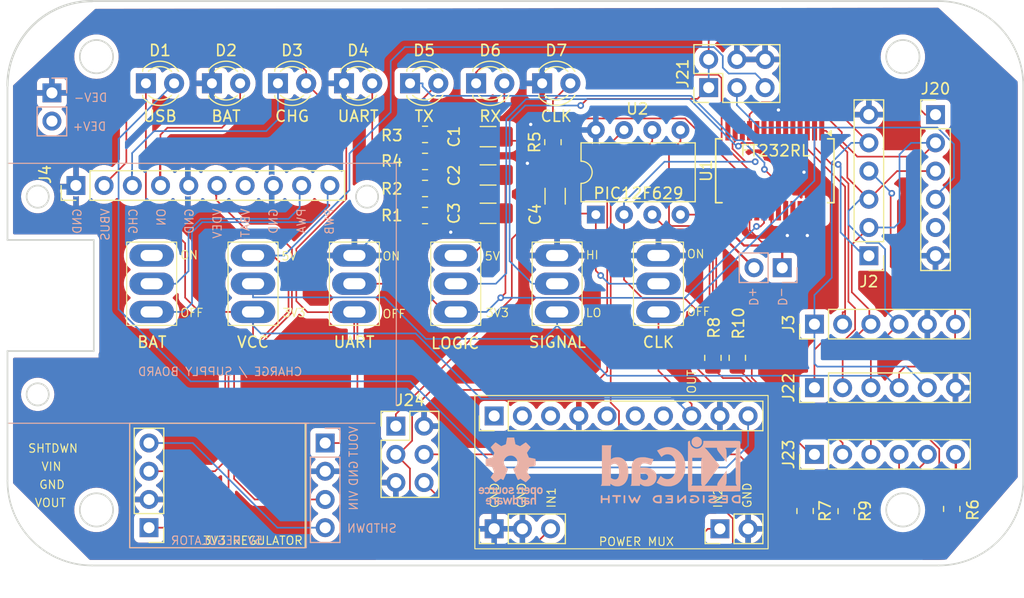
<source format=kicad_pcb>
(kicad_pcb (version 20240108) (generator "pcbnew") (generator_version "8.0")
  (title_block (title "Altoids Serial Adapter - Main PCB") (date "2024-07-19") (rev "WIP") (company "by AdamT117 https://github.com/Kayto"))
  (layers (0 "F.Cu" signal) (31 "B.Cu" signal) (34 "B.Paste" user) (35 "F.Paste" user) (36 "B.SilkS" user "B.Silkscreen") (37 "F.SilkS" user "F.Silkscreen") (38 "B.Mask" user) (39 "F.Mask" user) (44 "Edge.Cuts" user))
  (net 0 "")
  (net 1 "GND")
  (net 2 "+3.3V")
  (net 3 "/~ON")
  (net 4 "/CHG")
  (net 5 "/ON")
  (net 6 "/VDEV")
  (net 7 "/RTS")
  (net 9 "/TX")
  (net 10 "/RSD")
  (net 11 "/DTR")
  (net 12 "/TEN")
  (net 13 "/DATA_PIN_-")
  (net 14 "/POWER")
  (net 16 "/PWREN")
  (net 17 "/RI")
  (net 19 "/DCD")
  (net 20 "/SLEEP")
  (net 21 "/DATA_PIN_+")
  (net 22 "/RXL")
  (net 23 "/CTS")
  (net 24 "/RX")
  (net 25 "/TXL")
  (net 26 "+5V")
  (net 27 "Net-(D5-A)")
  (net 28 "Net-(D6-A)")
  (net 29 "/VBAT")
  (net 30 "/SW_POWER_A")
  (net 31 "/SW_POWER_B")
  (net 32 "/VSYS")
  (net 34 "/~SHTDN")
  (net 35 "/VSNS")
  (net 37 "/ID")
  (net 39 "/~EN")
  (net 40 "/STAT")
  (net 41 "/ILIM")
  (net 42 "OUT")
  (net 43 "VCC")
  (net 45 "Net-(SW3-B)")
  (net 46 "VBUS")
  (net 47 "VOUT")
  (net 48 "+R3V3")
  (net 49 "Net-(D4-A)")
  (net 50 "VDD")
  (net 51 "Net-(D7-A)")
  (net 52 "/CLK_O1")
  (net 53 "/CLK_O4")
  (net 54 "/CLK_O3")
  (net 55 "/CLK_O5")
  (net 56 "/CLK_O2")
  (net 57 "/DATA")
  (net 58 "/CLOCK")
  (net 59 "Net-(U2-GP2)")
  (net 60 "/Vpp")
  (net 61 "Net-(U2-GP4)")
  (footprint "Connector_PinHeader_2.54mm:PinHeader_1x06_P2.54mm_Vertical" (layer "F.Cu") (at 169.02 99.8 90)
    (property "Reference" "J22")
    (property "Value" "UART")
  )
  (footprint "Resistor_SMD:R_0805_2012Metric" (layer "F.Cu") (at 162.08 97.1125 -90)
    (property "Reference" "R10")
    (property "Value" "R_Small")
  )
  (footprint "Connector_PinHeader_2.54mm:PinHeader_2x03_P2.54mm_Vertical" (layer "F.Cu") (at 131.34 103.26)
    (property "Reference" "J24")
    (property "Value" "Conn_01x05")
  )
  (footprint "Capacitor_SMD:C_1206_3216Metric_Pad1.33x1.80mm_HandSolder" (layer "F.Cu") (at 139.6425 84.1 180)
    (property "Reference" "C3")
    (property "Value" "C_Polarized")
  )
  (footprint "Resistor_SMD:R_0805_2012Metric" (layer "F.Cu") (at 133.9675 77 180)
    (property "Reference" "R3")
    (property "Value" "R_Small")
  )
  (footprint "Connector_PinHeader_2.54mm:PinHeader_1x06_P2.54mm_Vertical" (layer "F.Cu") (at 179.92 75.22)
    (property "Reference" "J20")
    (property "Value" "1802")
  )
  (footprint "Package_DIP:DIP-8_W7.62mm" (layer "F.Cu") (at 149.34 84.22 90)
    (property "Reference" "U2")
    (property "Value" "PIC12F629")
  )
  (footprint "Connector_PinHeader_2.54mm:PinHeader_1x10_P2.54mm_Vertical" (layer "F.Cu") (at 102.54 81.6 90)
    (property "Reference" "J4")
    (property "Value" "Lipo Amigo Pro")
  )
  (footprint "Button_Switch_THT:SW_Toggle_Blue_wSlots" (layer "F.Cu") (at 118.484 90.44 -90)
    (property "Reference" "SW2" (hide yes))
    (property "Value" "VCC")
  )
  (footprint "LED_THT:LED_D3.0mm" (layer "F.Cu") (at 132.62 72.4)
    (property "Reference" "D5")
    (property "Value" "TX")
  )
  (footprint "Connector_PinHeader_2.54mm:PinHeader_1x10_P2.54mm_Vertical_no_PINS" (layer "F.Cu") (at 140.19 102.34 90)
    (property "Reference" "J17" (hide yes))
    (property "Value" "Power Mux")
  )
  (footprint "LED_THT:LED_D3.0mm" (layer "F.Cu") (at 114.785 72.4)
    (property "Reference" "D2")
    (property "Value" "BAT")
  )
  (footprint "Resistor_SMD:R_0805_2012Metric" (layer "F.Cu") (at 133.9675 79.4333 180)
    (property "Reference" "R4")
    (property "Value" "R_Small")
  )
  (footprint "Resistor_SMD:R_0805_2012Metric" (layer "F.Cu") (at 133.9675 84.3)
    (property "Reference" "R1")
    (property "Value" "R_Small")
  )
  (footprint "Button_Switch_THT:SW_Toggle_Blue_wSlots" (layer "F.Cu") (at 136.732 90.44 90)
    (property "Reference" "SW4" (hide yes))
    (property "Value" "LOGIC")
  )
  (footprint "Resistor_SMD:R_0805_2012Metric" (layer "F.Cu") (at 168.18 110.9 -90)
    (property "Reference" "R7")
    (property "Value" "R_Small")
  )
  (footprint "Button_Switch_THT:SW_Toggle_Blue_wSlots" (layer "F.Cu") (at 145.856 90.44 -90)
    (property "Reference" "SW6" (hide yes))
    (property "Value" "SIGNAL")
  )
  (footprint "Connector_PinHeader_2.54mm:PinHeader_1x06_P2.54mm_Vertical" (layer "F.Cu") (at 173.92 87.92 180)
    (property "Reference" "J2")
    (property "Value" "UART")
  )
  (footprint "LED_THT:LED_D3.0mm" (layer "F.Cu") (at 108.84 72.4)
    (property "Reference" "D1")
    (property "Value" "USB")
  )
  (footprint "LED_THT:LED_D3.0mm" (layer "F.Cu") (at 144.51 72.4)
    (property "Reference" "D7")
    (property "Value" "CLK")
  )
  (footprint "Connector_PinHeader_2.54mm:PinHeader_2x03_P2.54mm_Vertical" (layer "F.Cu") (at 159.5 72.79 90)
    (property "Reference" "J21")
    (property "Value" "Power")
  )
  (footprint "Package_SO:SSOP-28_5.3x10.2mm_P0.65mm" (layer "F.Cu") (at 165.455 80.27 -90)
    (property "Reference" "U1")
    (property "Value" "FT232RL")
  )
  (footprint "LED_THT:LED_D3.0mm" (layer "F.Cu") (at 126.675 72.4)
    (property "Reference" "D4")
    (property "Value" "UART")
  )
  (footprint "Resistor_SMD:R_0805_2012Metric" (layer "F.Cu") (at 159.88 97.1125 90)
    (property "Reference" "R8")
    (property "Value" "R_Small")
  )
  (footprint "Connector_PinHeader_2.54mm:PinHeader_1x02_P2.54mm_Vertical_no_PINS" (layer "F.Cu") (at 160.51 112.5 90)
    (property "Reference" "J18" (hide yes))
    (property "Value" "Conn_01x02")
  )
  (footprint "LED_THT:LED_D3.0mm" (layer "F.Cu") (at 120.73 72.4)
    (property "Reference" "D3")
    (property "Value" "CHG")
  )
  (footprint "Resistor_SMD:R_0805_2012Metric" (layer "F.Cu") (at 133.9675 81.8667 180)
    (property "Reference" "R2")
    (property "Value" "R_Small")
  )
  (footprint "Connector_PinHeader_2.54mm:PinHeader_1x03_P2.54mm_Vertical_no_PINS" (layer "F.Cu") (at 140.19 112.5 90)
    (property "Reference" "J19" (hide yes))
    (property "Value" "Conn_01x03_Pin")
  )
  (footprint "Connector_PinHeader_2.54mm:PinHeader_1x06_P2.54mm_Vertical" (layer "F.Cu") (at 169.02 105.8 90)
    (property "Reference" "J23")
    (property "Value" "CLK")
  )
  (footprint "Connector_PinHeader_2.54mm:PinHeader_1x04_P2.54mm_Vertical_no_PINS" (layer "F.Cu") (at 109.12 112.4 180)
    (property "Reference" "J1" (hide yes))
    (property "Value" "3V3 Reg")
  )
  (footprint "Connector_PinHeader_2.54mm:PinHeader_1x06_P2.54mm_Vertical" (layer "F.Cu") (at 169.02 94.08 90)
    (property "Reference" "J3")
    (property "Value" "UART")
  )
  (footprint "Button_Switch_THT:SW_Toggle_Blue_wSlots" (layer "F.Cu") (at 109.36 90.44 -90)
    (property "Reference" "SW1" (hide yes))
    (property "Value" "BAT")
  )
  (footprint "Button_Switch_THT:SW_Toggle_Blue_wSlots" (layer "F.Cu") (at 154.98 90.44 -90)
    (property "Reference" "SW5" (hide yes))
    (property "Value" "CLK")
  )
  (footprint "LED_THT:LED_D3.0mm" (layer "F.Cu") (at 138.565 72.4)
    (property "Reference" "D6")
    (property "Value" "RX")
  )
  (footprint "Resistor_SMD:R_0805_2012Metric" (layer "F.Cu") (at 181.38 110.7125 -90)
    (property "Reference" "R6")
    (property "Value" "R_Small")
  )
  (footprint "Capacitor_SMD:C_1206_3216Metric_Pad1.33x1.80mm_HandSolder" (layer "F.Cu") (at 145.68 82.5625 -90)
    (property "Reference" "C4")
    (property "Value" "C_Small")
  )
  (footprint "Button_Switch_THT:SW_Toggle_Blue_wSlots" (layer "F.Cu") (at 127.608 90.44 -90)
    (property "Reference" "SW3" (hide yes))
    (property "Value" "UART")
  )
  (footprint "Resistor_SMD:R_0805_2012Metric" (layer "F.Cu") (at 171.88 110.9125 90)
    (property "Reference" "R9")
    (property "Value" "R_Small")
  )
  (footprint "Capacitor_SMD:C_1206_3216Metric_Pad1.33x1.80mm_HandSolder" (layer "F.Cu") (at 139.6425 77.2)
    (property "Reference" "C1")
    (property "Value" "C_Small")
  )
  (footprint "Resistor_SMD:R_0805_2012Metric" (layer "F.Cu") (at 145.48 77.7 90)
    (property "Reference" "R5")
    (property "Value" "R_Small")
  )
  (footprint "Capacitor_SMD:C_1206_3216Metric_Pad1.33x1.80mm_HandSolder" (layer "F.Cu") (at 139.6425 80.65)
    (property "Reference" "C2")
    (property "Value" "C_Small")
  )
  (footprint "Connector_PinHeader_2.54mm:PinHeader_1x02_P2.54mm_Vertical_no_PINS" (layer "B.Cu") (at 100.38 73.26 180)
    (property "Reference" "J15" (hide yes))
    (property "Value" "Conn_01x02")
  )
  (footprint "Symbol:KiCad-Logo2_5mm_SilkScreen" (layer "B.Cu") (at 156.08 107.2 180)
    (property "Reference" "REF**" (hide yes))
    (property "Value" "KiCad-Logo2_5mm_SilkScreen" (hide yes))
  )
  (footprint "Connector_PinHeader_2.54mm:PinHeader_1x02_P2.54mm_Vertical_no_PINS" (layer "B.Cu") (at 166.12 89 90)
    (property "Reference" "J14" (hide yes))
    (property "Value" "Conn_01x02")
  )
  (footprint "Connector_PinHeader_2.54mm:PinHeader_1x04_P2.54mm_Vertical_no_PINS" (layer "B.Cu") (at 124.98 104.78 180)
    (property "Reference" "J16" (hide yes))
    (property "Value" "5V Reg")
  )
  (footprint "Symbol:OSHW-Logo_5.7x6mm_SilkScreen" (layer "B.Cu") (at 141.68 107.3 180)
    (property "Reference" "REF**" (hide yes))
    (property "Value" "OSHW-Logo_5.7x6mm_SilkScreen" (hide yes))
  )
  (gr_line (start 131.38 79.6) (end 131.38 101.4) (stroke (width 0.1)) (layer "B.SilkS"))
  (gr_line (start 107.38 103) (end 96.48 103) (stroke (width 0.1)) (layer "B.SilkS"))
  (gr_line (start 123.48 103) (end 122.28 103) (stroke (width 0.1)) (layer "B.SilkS"))
  (gr_rect (start 107.38 103) (end 123.28 114.2) (stroke (width 0.1)) (fill none) (layer "B.SilkS"))
  (gr_line (start 96.48 79.6) (end 131.38 79.6) (stroke (width 0.1)) (layer "B.SilkS"))
  (gr_line (start 123.28 103) (end 129.48 103) (stroke (width 0.1)) (layer "B.SilkS"))
  (gr_rect (start 138.45 100.5) (end 164.85 114.3) (stroke (width 0.1)) (fill none) (layer "F.SilkS"))
  (gr_rect (start 107.38 103) (end 123.18 114.2) (stroke (width 0.1)) (fill none) (layer "F.SilkS"))
  (gr_arc (start 187.82 108.18) (mid 185.588154 113.568154) (end 180.2 115.8) (stroke (width 0.15)) (layer "Edge.Cuts"))
  (gr_line (start 104.15 86.5) (end 96.38 86.5) (stroke (width 0.15)) (layer "Edge.Cuts"))
  (gr_circle (center 128.75 82.6) (end 129.75 82.6) (stroke (width 0.15)) (fill none) (layer "Edge.Cuts"))
  (gr_circle (center 99.1 100.4) (end 100.1 100.4) (stroke (width 0.15)) (fill none) (layer "Edge.Cuts"))
  (gr_arc (start 180.2 65) (mid 185.588154 67.231846) (end 187.82 72.62) (stroke (width 0.15)) (layer "Edge.Cuts"))
  (gr_line (start 104 65) (end 180.2 65) (stroke (width 0.15)) (layer "Edge.Cuts"))
  (gr_circle (center 176.98 70) (end 178.48 70) (stroke (width 0.15)) (fill none) (layer "Edge.Cuts"))
  (gr_arc (start 96.38 72.62) (mid 98.611846 67.231846) (end 104 65) (stroke (width 0.2)) (layer "Edge.Cuts"))
  (gr_line (start 180.2 115.8) (end 104 115.8) (stroke (width 0.15)) (layer "Edge.Cuts"))
  (gr_arc (start 104 115.8) (mid 98.611846 113.568154) (end 96.38 108.18) (stroke (width 0.15)) (layer "Edge.Cuts"))
  (gr_line (start 96.38 108.18) (end 96.38 96.5) (stroke (width 0.15)) (layer "Edge.Cuts"))
  (gr_circle (center 104.39 70) (end 105.89 70) (stroke (width 0.15)) (fill none) (layer "Edge.Cuts"))
  (gr_line (start 96.38 86.5) (end 96.38 72.620001) (stroke (width 0.15)) (layer "Edge.Cuts"))
  (gr_line (start 187.82 72.62) (end 187.82 108.18) (stroke (width 0.15)) (layer "Edge.Cuts"))
  (gr_line (start 104.15 96.5) (end 104.15 86.5) (stroke (width 0.15)) (layer "Edge.Cuts"))
  (gr_circle (center 99.1 82.6) (end 100.1 82.6) (stroke (width 0.15)) (fill none) (layer "Edge.Cuts"))
  (gr_circle (center 104.39 110.8) (end 105.89 110.8) (stroke (width 0.15)) (fill none) (layer "Edge.Cuts"))
  (gr_line (start 96.38 96.5) (end 104.15 96.5) (stroke (width 0.15)) (layer "Edge.Cuts"))
  (gr_circle (center 176.98 110.8) (end 178.48 110.8) (stroke (width 0.15)) (fill none) (layer "Edge.Cuts"))
  (gr_text "SHTDWN" (at 131.48 112.9 0) (layer "B.SilkS") (effects (font (size 0.75 0.75) (thickness 0.1)) (justify left bottom mirror)))
  (gr_text "VBUS" (at 105.624446 83.6 -270) (layer "B.SilkS") (effects (font (size 0.75 0.75) (thickness 0.1)) (justify left bottom mirror)))
  (gr_text "PWA" (at 123.28 83.6 -270) (layer "B.SilkS") (effects (font (size 0.75 0.75) (thickness 0.1)) (justify left bottom mirror)))
  (gr_text "VIN" (at 127.98 109 90) (layer "B.SilkS") (effects (font (size 0.75 0.75) (thickness 0.1)) (justify left bottom mirror)))
  (gr_text "DEV+" (at 105.329998 76.73 0) (layer "B.SilkS") (effects (font (size 0.75 0.75) (thickness 0.1)) (justify left bottom mirror)))
  (gr_text "GND" (at 120.757778 83.6 -270) (layer "B.SilkS") (effects (font (size 0.75 0.75) (thickness 0.1)) (justify left bottom mirror)))
  (gr_text "CHG" (at 108.146668 83.6 -270) (layer "B.SilkS") (effects (font (size 0.75 0.75) (thickness 0.1)) (justify left bottom mirror)))
  (gr_text "DEV-" (at 105.429998 74.13 0) (layer "B.SilkS") (effects (font (size 0.75 0.75) (thickness 0.1)) (justify left bottom mirror)))
  (gr_text "GND" (at 127.98 106.3 90) (layer "B.SilkS") (effects (font (size 0.75 0.75) (thickness 0.1)) (justify left bottom mirror)))
  (gr_text "D-" (at 165.68 92.5 -90) (layer "B.SilkS") (effects (font (size 0.75 0.75) (thickness 0.1)) (justify left bottom mirror)))
  (gr_text "VBAT" (at 118.235556 83.6 -270) (layer "B.SilkS") (effects (font (size 0.75 0.75) (thickness 0.1)) (justify left bottom mirror)))
  (gr_text "VOUT" (at 127.98 103.2 90) (layer "B.SilkS") (effects (font (size 0.75 0.75) (thickness 0.1)) (justify left bottom mirror)))
  (gr_text "PWB" (at 125.802224 83.6 -270) (layer "B.SilkS") (effects (font (size 0.75 0.75) (thickness 0.1)) (justify left bottom mirror)))
  (gr_text "5V REGULATOR" (at 119.42 114 0) (layer "B.SilkS") (effects (font (size 0.75 0.75) (thickness 0.1)) (justify left bottom mirror)))
  (gr_text "GND" (at 113.191112 83.6 -270) (layer "B.SilkS") (effects (font (size 0.75 0.75) (thickness 0.1)) (justify left bottom mirror)))
  (gr_text "GND" (at 103.102224 83.6 -270) (layer "B.SilkS") (effects (font (size 0.75 0.75) (thickness 0.1)) (justify left bottom mirror)))
  (gr_text "ON" (at 110.66889 83.6 -270) (layer "B.SilkS") (effects (font (size 0.75 0.75) (thickness 0.1)) (justify left bottom mirror)))
  (gr_text "CHARGE / SUPPLY BOARD" (at 122.98 98.8 0) (layer "B.SilkS") (effects (font (size 0.75 0.75) (thickness 0.1)) (justify left bottom mirror)))
  (gr_text "VDEV" (at 115.713334 83.6 -270) (layer "B.SilkS") (effects (font (size 0.75 0.75) (thickness 0.1)) (justify left bottom mirror)))
  (gr_text "D+" (at 163.08 92.5 -90) (layer "B.SilkS") (effects (font (size 0.75 0.75) (thickness 0.1)) (justify left bottom mirror)))
  (gr_text "OFF" (at 157.48 93.4 0) (layer "F.SilkS") (effects (font (size 0.75 0.75) (thickness 0.1)) (justify left bottom)))
  (gr_text "HI" (at 148.38 88.3 0) (layer "F.SilkS") (effects (font (size 0.75 0.75) (thickness 0.1)) (justify left bottom)))
  (gr_text "OFF" (at 130.08 93.6 0) (layer "F.SilkS") (effects (font (size 0.75 0.75) (thickness 0.1)) (justify left bottom)))
  (gr_text "5V" (at 120.98 88.4 0) (layer "F.SilkS") (effects (font (size 0.75 0.75) (thickness 0.1)) (justify left bottom)))
  (gr_text "GND" (at 143.11 110.7 90) (layer "F.SilkS") (effects (font (size 0.75 0.75) (thickness 0.1)) (justify left bottom)))
  (gr_text "LO" (at 148.38 93.5 0) (layer "F.SilkS") (effects (font (size 0.75 0.75) (thickness 0.1)) (justify left bottom)))
  (gr_text "OFF" (at 111.88 93.5 0) (layer "F.SilkS") (effects (font (size 0.75 0.75) (thickness 0.1)) (justify left bottom)))
  (gr_text "3V3" (at 139.38 93.5 0) (layer "F.SilkS") (effects (font (size 0.75 0.75) (thickness 0.1)) (justify left bottom)))
  (gr_text "3V3 REGULATOR" (at 113.92 114 0) (layer "F.SilkS") (effects (font (size 0.75 0.75) (thickness 0.1)) (justify left bottom)))
  (gr_text "SHTDWN" (at 98.18 105.7 0) (layer "F.SilkS") (effects (font (size 0.75 0.75) (thickness 0.1)) (justify left bottom)))
  (gr_text "VIN" (at 99.38 107.333333 0) (layer "F.SilkS") (effects (font (size 0.75 0.75) (thickness 0.1)) (justify left bottom)))
  (gr_text "GND" (at 163.41 110.7 90) (layer "F.SilkS") (effects (font (size 0.75 0.75) (thickness 0.1)) (justify left bottom)))
  (gr_text "GND" (at 140.68 110.7 90) (layer "F.SilkS") (effects (font (size 0.75 0.75) (thickness 0.1)) (justify left bottom)))
  (gr_text "GND" (at 99.18 108.966666 0) (layer "F.SilkS") (effects (font (size 0.75 0.75) (thickness 0.1)) (justify left bottom)))
  (gr_text "ON" (at 111.88 88.3 0) (layer "F.SilkS") (effects (font (size 0.75 0.75) (thickness 0.1)) (justify left bottom)))
  (gr_text "OUT" (at 158.41 100.4 90) (layer "F.SilkS") (effects (font (size 0.75 0.75) (thickness 0.1)) (justify left bottom)))
  (gr_text "IN2" (at 160.78 110.7 90) (layer "F.SilkS") (effects (font (size 0.75 0.75) (thickness 0.1)) (justify left bottom)))
  (gr_text "ON" (at 130.08 88.4 0) (layer "F.SilkS") (effects (font (size 0.75 0.75) (thickness 0.1)) (justify left bottom)))
  (gr_text "ON" (at 157.48 88.2 0) (layer "F.SilkS") (effects (font (size 0.75 0.75) (thickness 0.1)) (justify left bottom)))
  (gr_text "5V" (at 139.28 88.4 0) (layer "F.SilkS") (effects (font (size 0.75 0.75) (thickness 0.1)) (justify left bottom)))
  (gr_text "3V3" (at 121.08 93.5 0) (layer "F.SilkS") (effects (font (size 0.75 0.75) (thickness 0.1)) (justify left bottom)))
  (gr_text "POWER MUX" (at 149.55 114.1 0) (layer "F.SilkS") (effects (font (size 0.75 0.75) (thickness 0.1)) (justify left bottom)))
  (gr_text "VOUT" (at 98.78 110.6 0) (layer "F.SilkS") (effects (font (size 0.75 0.75) (thickness 0.1)) (justify left bottom)))
  (gr_text "IN1" (at 145.78 110.7 90) (layer "F.SilkS") (effects (font (size 0.75 0.75) (thickness 0.1)) (justify left bottom)))
  (segment (start 138.08 77.2) (end 138.08 80.65) (width 0.15) (layer "F.Cu") (net 1))
  (segment (start 165.13 85.55) (end 165.68 86.1) (width 0.15) (layer "F.Cu") (net 1))
  (segment (start 165.78 74.8) (end 165.78 76.67) (width 0.15) (layer "F.Cu") (net 1))
  (segment (start 167.73 85.85) (end 167.73 83.87) (width 0.15) (layer "F.Cu") (net 1))
  (segment (start 168.38 86.1) (end 168.38 83.87) (width 0.15) (layer "F.Cu") (net 1))
  (segment (start 163.18 83.87) (end 163.18 85.6) (width 0.15) (layer "F.Cu") (net 1))
  (segment (start 167.48 86.1) (end 167.73 85.85) (width 0.15) (layer "F.Cu") (net 1))
  (segment (start 165.68 86.1) (end 166.58 86.1) (width 0.15) (layer "F.Cu") (net 1))
  (segment (start 163.18 85.6) (end 164.255 86.675) (width 0.15) (layer "F.Cu") (net 1))
  (segment (start 138.08 80.65) (end 138.08 84.1) (width 0.15) (layer "F.Cu") (net 1))
  (segment (start 167.805 86.675) (end 168.38 86.1) (width 0.15) (layer "F.Cu") (net 1))
  (segment (start 166.58 86.1) (end 167.48 86.1) (width 0.15) (layer "F.Cu") (net 1))
  (segment (start 165.13 83.87) (end 165.13 85.55) (width 0.15) (layer "F.Cu") (net 1))
  (segment (start 164.255 86.675) (end 167.805 86.675) (width 0.15) (layer "F.Cu") (net 1))
  (via (at 165.78 74.8) (size 0.6) (drill 0.3) (layers "F.Cu" "B.Cu") (net 1))
  (via (at 136.28 85.8) (size 0.6) (drill 0.3) (layers "F.Cu" "B.Cu") (net 1))
  (via (at 166.58 86.1) (size 0.6) (drill 0.3) (layers "F.Cu" "B.Cu") (net 1))
  (via (at 143.18 79.6) (size 0.6) (drill 0.3) (layers "F.Cu" "B.Cu") (net 1))
  (via (at 168.38 86.1) (size 0.6) (drill 0.3) (layers "F.Cu" "B.Cu") (net 1))
  (via (at 143.48 76.1) (size 0.6) (drill 0.3) (layers "F.Cu" "B.Cu") (net 1))
  (via (at 168.08 80.4) (size 0.6) (drill 0.3) (layers "F.Cu" "B.Cu") (net 1))
  (segment (start 129.708 85.8) (end 136.28 85.8) (width 0.15) (layer "B.Cu") (net 1))
  (segment (start 127.608 87.9) (end 129.708 85.8) (width 0.15) (layer "B.Cu") (net 1))
  (segment (start 162.53 80.714) (end 157.381 75.5648) (width 0.15) (layer "F.Cu") (net 2))
  (segment (start 140.28 77.2) (end 139.98 77.5) (width 0.15) (layer "F.Cu") (net 2))
  (segment (start 146.118 77.575) (end 141.58 77.575) (width 0.15) (layer "F.Cu") (net 2))
  (segment (start 148.128 75.5648) (end 146.118 77.575) (width 0.15) (layer "F.Cu") (net 2))
  (segment (start 162.53 83.87) (end 162.53 80.714) (width 0.15) (layer "F.Cu") (net 2))
  (segment (start 157.381 75.5648) (end 148.128 75.5648) (width 0.15) (layer "F.Cu") (net 2))
  (segment (start 136.732 87.9) (end 138.18 87.9) (width 0.15) (layer "F.Cu") (net 2))
  (segment (start 139.98 86.1) (end 138.18 87.9) (width 0.15) (layer "F.Cu") (net 2))
  (segment (start 141.1032 77.2) (end 141.4782 77.575) (width 0.15) (layer "F.Cu") (net 2))
  (segment (start 141.4782 77.575) (end 141.58 77.575) (width 0.15) (layer "F.Cu") (net 2))
  (segment (start 141.1032 77.2) (end 140.28 77.2) (width 0.15) (layer "F.Cu") (net 2))
  (segment (start 141.205 77.2) (end 141.1032 77.2) (width 0.15) (layer "F.Cu") (net 2))
  (segment (start 139.98 77.5) (end 139.98 86.1) (width 0.15) (layer "F.Cu") (net 2))
  (segment (start 159.5 70.25) (end 159.5 68.58) (width 0.15) (layer "F.Cu") (net 3))
  (segment (start 148.58 73.8) (end 158.49 73.8) (width 0.15) (layer "F.Cu") (net 3))
  (segment (start 161.28 66.8) (end 170.58 66.8) (width 0.15) (layer "F.Cu") (net 3))
  (segment (start 147.98 74.4) (end 148.58 73.8) (width 0.15) (layer "F.Cu") (net 3))
  (segment (start 179 75.22) (end 179.92 75.22) (width 0.15) (layer "F.Cu") (net 3))
  (segment (start 159.5 68.58) (end 161.28 66.8) (width 0.15) (layer "F.Cu") (net 3))
  (segment (start 158.49 73.8) (end 159.5 72.79) (width 0.15) (layer "F.Cu") (net 3))
  (segment (start 170.58 66.8) (end 179 75.22) (width 0.15) (layer "F.Cu") (net 3))
  (via (at 147.98 74.4) (size 0.6) (drill 0.3) (layers "F.Cu" "B.Cu") (net 3))
  (segment (start 143.62 90.44) (end 145.856 90.44) (width 0.15) (layer "B.Cu") (net 3))
  (segment (start 142.98 74.4) (end 141.58 75.8) (width 0.15) (layer "B.Cu") (net 3))
  (segment (start 147.98 74.4) (end 142.98 74.4) (width 0.15) (layer "B.Cu") (net 3))
  (segment (start 141.58 88.4) (end 143.62 90.44) (width 0.15) (layer "B.Cu") (net 3))
  (segment (start 159.5 70.25) (end 159.5 72.79) (width 0.15) (layer "B.Cu") (net 3))
  (segment (start 141.58 75.8) (end 141.58 88.4) (width 0.15) (layer "B.Cu") (net 3))
  (segment (start 107.583 80.3933) (end 107.583 80.58) (width 0.15) (layer "B.Cu") (net 4))
  (segment (start 109.58 76.7) (end 119.68 76.7) (width 0.15) (layer "B.Cu") (net 4))
  (segment (start 107.6 80.19) (end 107.583 80.2067) (width 0.15) (layer "B.Cu") (net 4))
  (segment (start 107.6 80.5675) (end 107.6 80.19) (width 0.15) (layer "B.Cu") (net 4))
  (segment (start 107.6 80.19) (end 107.6 78.68) (width 0.15) (layer "B.Cu") (net 4))
  (segment (start 120.73 75.65) (end 120.73 72.4) (width 0.15) (layer "B.Cu") (net 4))
  (segment (start 119.68 76.7) (end 120.73 75.65) (width 0.15) (layer "B.Cu") (net 4))
  (segment (start 107.5833 80.3936) (end 107.5833 81.7) (width 0.15) (layer "B.Cu") (net 4))
  (segment (start 107.583 80.3933) (end 107.5833 80.3936) (width 0.15) (layer "B.Cu") (net 4))
  (segment (start 107.583 80.2067) (end 107.583 80.3933) (width 0.15) (layer "B.Cu") (net 4))
  (segment (start 107.6 78.68) (end 109.58 76.7) (width 0.15) (layer "B.Cu") (net 4))
  (segment (start 117.325 72.4) (end 117.325 74.755) (width 0.15) (layer "F.Cu") (net 5))
  (segment (start 110.1 79.315) (end 110.1 81.5) (width 0.15) (layer "F.Cu") (net 5))
  (segment (start 117.325 74.755) (end 115.68 76.4) (width 0.15) (layer "F.Cu") (net 5))
  (segment (start 115.68 76.4) (end 110.78 76.4) (width 0.15) (layer "F.Cu") (net 5))
  (segment (start 110.15 79.265) (end 110.1 79.315) (width 0.15) (layer "F.Cu") (net 5))
  (segment (start 110.15 77.03) (end 110.15 79.265) (width 0.15) (layer "F.Cu") (net 5))
  (segment (start 110.78 76.4) (end 110.15 77.03) (width 0.15) (layer "F.Cu") (net 5))
  (segment (start 110.15 79.265) (end 110.15 81.5) (width 0.15) (layer "F.Cu") (net 5))
  (segment (start 115.1333 82.5033) (end 115.1333 81.5) (width 0.15) (layer "F.Cu") (net 6))
  (segment (start 115.18 82.55) (end 115.18 82.9) (width 0.15) (layer "F.Cu") (net 6))
  (segment (start 115.18 82.55) (end 115.1333 82.5033) (width 0.15) (layer "F.Cu") (net 6))
  (segment (start 117.98 85.7) (end 120.38 85.7) (width 0.15) (layer "F.Cu") (net 6))
  (segment (start 120.38 85.7) (end 121.986 87.306) (width 0.15) (layer "F.Cu") (net 6))
  (segment (start 115.18 82.9) (end 117.98 85.7) (width 0.15) (layer "F.Cu") (net 6))
  (segment (start 115.18 82.2) (end 115.18 82.55) (width 0.15) (layer "F.Cu") (net 6))
  (segment (start 116.78 98.2485) (end 116.78 108) (width 0.15) (layer "F.Cu") (net 6))
  (segment (start 121.986 87.306) (end 121.986 93.0426) (width 0.15) (layer "F.Cu") (net 6))
  (segment (start 118.64 109.86) (end 124.98 109.86) (width 0.15) (layer "F.Cu") (net 6))
  (segment (start 116.78 108) (end 118.64 109.86) (width 0.15) (layer "F.Cu") (net 6))
  (segment (start 121.986 93.0426) (end 116.78 98.2485) (width 0.15) (layer "F.Cu") (net 6))
  (segment (start 171.56 93.0033) (end 171.689 93.0033) (width 0.15) (layer "F.Cu") (net 7))
  (segment (start 171.78 81.7) (end 171.78 92.9119) (width 0.15) (layer "F.Cu") (net 7))
  (segment (start 171.56 94.08) (end 171.56 93.0033) (width 0.15) (layer "F.Cu") (net 7))
  (segment (start 171.689 93.0033) (end 171.78 92.9119) (width 0.15) (layer "F.Cu") (net 7))
  (segment (start 168.38 78.3) (end 171.78 81.7) (width 0.15) (layer "F.Cu") (net 7))
  (segment (start 168.38 76.67) (end 168.38 78.3) (width 0.15) (layer "F.Cu") (net 7))
  (segment (start 171.78 92.9119) (end 171.78 93.86) (width 0.15) (layer "F.Cu") (net 7))
  (segment (start 171.98 78.6) (end 171.98 80.9) (width 0.15) (layer "F.Cu") (net 9))
  (segment (start 174.1 99.8) (end 174.1 96.58) (width 0.15) (layer "F.Cu") (net 9))
  (segment (start 176.64 94.08) (end 176.6 94.08) (width 0.15) (layer "F.Cu") (net 9))
  (segment (start 174.1 96.58) (end 176.58 94.1) (width 0.15) (layer "F.Cu") (net 9))
  (segment (start 170.05 76.67) (end 171.98 78.6) (width 0.15) (layer "F.Cu") (net 9))
  (segment (start 171.98 80.9) (end 173.92 82.84) (width 0.15) (layer "F.Cu") (net 9))
  (segment (start 176.6 94.08) (end 176.58 94.1) (width 0.15) (layer "F.Cu") (net 9))
  (segment (start 169.68 76.67) (end 170.05 76.67) (width 0.15) (layer "F.Cu") (net 9))
  (segment (start 173.92 82.84) (end 176.46 80.3) (width 0.15) (layer "F.Cu") (net 9))
  (segment (start 176.46 80.3) (end 179.92 80.3) (width 0.15) (layer "F.Cu") (net 9))
  (segment (start 175.38 87.3282) (end 175.38 92.82) (width 0.15) (layer "B.Cu") (net 9))
  (segment (start 173.92 82.84) (end 173.14 82.84) (width 0.15) (layer "B.Cu") (net 9))
  (segment (start 173.14 82.84) (end 172.08 83.9) (width 0.15) (layer "B.Cu") (net 9))
  (segment (start 172.08 83.9) (end 172.08 85.1204) (width 0.15) (layer "B.Cu") (net 9))
  (segment (start 175.38 92.82) (end 176.64 94.08) (width 0.15) (layer "B.Cu") (net 9))
  (segment (start 172.08 85.1204) (end 173.719 86.7592) (width 0.15) (layer "B.Cu") (net 9))
  (segment (start 173.719 86.7592) (end 174.811 86.7592) (width 0.15) (layer "B.Cu") (net 9))
  (segment (start 174.811 86.7592) (end 175.38 87.3282) (width 0.15) (layer "B.Cu") (net 9))
  (segment (start 170.58 79.7) (end 171.155 79.7) (width 0.15) (layer "F.Cu") (net 11))
  (segment (start 172.08 92.0518) (end 172.679 92.6508) (width 0.15) (layer "F.Cu") (net 11))
  (segment (start 169.02 96.3803) (end 169.02 99.8) (width 0.15) (layer "F.Cu") (net 11))
  (segment (start 171.155 79.7) (end 171.38 79.925) (width 0.15) (layer "F.Cu") (net 11))
  (segment (start 171.38 79.925) (end 171.38 80.7243) (width 0.15) (layer "F.Cu") (net 11))
  (segment (start 171.445 95.8) (end 169.6 95.8) (width 0.15) (layer "F.Cu") (net 11))
  (segment (start 169.6 95.8) (end 169.02 96.3803) (width 0.15) (layer "F.Cu") (net 11))
  (segment (start 172.679 92.6508) (end 172.679 94.5657) (width 0.15) (layer "F.Cu") (net 11))
  (segment (start 169.03 76.67) (end 169.03 78.15) (width 0.15) (layer "F.Cu") (net 11))
  (segment (start 172.08 81.4243) (end 172.08 92.0518) (width 0.15) (layer "F.Cu") (net 11))
  (segment (start 169.03 78.15) (end 170.58 79.7) (width 0.15) (layer "F.Cu") (net 11))
  (segment (start 172.679 94.5657) (end 171.445 95.8) (width 0.15) (layer "F.Cu") (net 11))
  (segment (start 171.38 80.7243) (end 172.08 81.4243) (width 0.15) (layer "F.Cu") (net 11))
  (via (at 171.155 79.7) (size 0.6) (drill 0.3) (layers "F.Cu" "B.Cu") (net 11))
  (segment (start 172.97 87.4146) (end 173.2225 87.6673) (width 0.15) (layer "B.Cu") (net 11))
  (segment (start 171.38 85.825) (end 172.97 87.4146) (width 0.15) (layer "B.Cu") (net 11))
  (segment (start 173.2225 87.6673) (end 173.475 87.92) (width 0.15) (layer "B.Cu") (net 11))
  (segment (start 172.97 87.4146) (end 173.415 87.4146) (width 0.15) (layer "B.Cu") (net 11))
  (segment (start 173.6673 87.6673) (end 173.92 87.92) (width 0.15) (layer "B.Cu") (net 11))
  (segment (start 171.155 79.7) (end 171.38 79.925) (width 0.15) (layer "B.Cu") (net 11))
  (segment (start 173.2225 87.6673) (end 173.6673 87.6673) (width 0.15) (layer "B.Cu") (net 11))
  (segment (start 171.38 79.925) (end 171.38 85.825) (width 0.15) (layer "B.Cu") (net 11))
  (segment (start 161.648 78.2877) (end 161.648 77.8361) (width 0.15) (layer "F.Cu") (net 12))
  (segment (start 158.498 92.918) (end 157.333 91.7533) (width 0.15) (layer "F.Cu") (net 12))
  (segment (start 153.553 91.7533) (end 151.88 90.0803) (width 0.15) (layer "F.Cu") (net 12))
  (segment (start 158.498 98.1005) (end 158.498 92.918) (width 0.15) (layer "F.Cu") (net 12))
  (segment (start 157.333 91.7533) (end 153.553 91.7533) (width 0.15) (layer "F.Cu") (net 12))
  (segment (start 151.88 90.0803) (end 151.88 84.22) (width 0.15) (layer "F.Cu") (net 12))
  (segment (start 169.02 105.8) (end 168.68 105.8) (width 0.15) (layer "F.Cu") (net 12))
  (segment (start 168.68 105.8) (end 162.331 99.4506) (width 0.15) (layer "F.Cu") (net 12))
  (segment (start 159.848 99.4506) (end 158.498 98.1005) (width 0.15) (layer "F.Cu") (net 12))
  (segment (start 163.69 79.4584) (end 162.818 79.4584) (width 0.15) (layer "F.Cu") (net 12))
  (segment (start 161.648 77.8361) (end 161.88 77.6036) (width 0.15) (layer "F.Cu") (net 12))
  (segment (start 162.818 79.4584) (end 161.648 78.2877) (width 0.15) (layer "F.Cu") (net 12))
  (segment (start 162.331 99.4506) (end 159.848 99.4506) (width 0.15) (layer "F.Cu") (net 12))
  (segment (start 161.88 77.6036) (end 161.88 76.67) (width 0.15) (layer "F.Cu") (net 12))
  (via (at 163.69 79.4584) (size 0.6) (drill 0.3) (layers "F.Cu" "B.Cu") (net 12))
  (segment (start 151.88 83.1) (end 151.88 84.22) (width 0.15) (layer "B.Cu") (net 12))
  (segment (start 163.69 79.4584) (end 155.522 79.4584) (width 0.15) (layer "B.Cu") (net 12))
  (segment (start 155.522 79.4584) (end 151.88 83.1) (width 0.15) (layer "B.Cu") (net 12))
  (segment (start 162.68 87) (end 165.48 87) (width 0.2) (layer "F.Cu") (net 13))
  (segment (start 165.48 87) (end 166.12 87.64) (width 0.2) (layer "F.Cu") (net 13))
  (segment (start 161.88 86.2) (end 162.68 87) (width 0.2) (layer "F.Cu") (net 13))
  (segment (start 161.88 83.87) (end 161.88 86.2) (width 0.2) (layer "F.Cu") (net 13))
  (segment (start 166.12 87.64) (end 166.12 89) (width 0.2) (layer "F.Cu") (net 13))
  (segment (start 162.458 77.7717) (end 162.176 78.0542) (width 0.15) (layer "F.Cu") (net 14))
  (segment (start 167.73 77.7717) (end 162.458 77.7717) (width 0.15) (layer "F.Cu") (net 14))
  (segment (start 167.73 76.67) (end 167.73 77.7717) (width 0.15) (layer "F.Cu") (net 14))
  (via (at 162.176 78.0542) (size 0.6) (drill 0.3) (layers "F.Cu" "B.Cu") (net 14))
  (segment (start 162.002 78.0542) (end 162.176 78.0542) (width 0.15) (layer "B.Cu") (net 14))
  (segment (start 141.28 89.5) (end 141.28 75.6) (width 0.15) (layer "B.Cu") (net 14))
  (segment (start 141.28 75.6) (end 143.053 73.8267) (width 0.15) (layer "B.Cu") (net 14))
  (segment (start 157.775 73.8267) (end 161.776 77.8275) (width 0.15) (layer "B.Cu") (net 14))
  (segment (start 140.34 90.44) (end 141.28 89.5) (width 0.15) (layer "B.Cu") (net 14))
  (segment (start 136.732 90.44) (end 140.34 90.44) (width 0.15) (layer "B.Cu") (net 14))
  (segment (start 161.776 77.8275) (end 162.002 78.0542) (width 0.15) (layer "B.Cu") (net 14))
  (segment (start 143.053 73.8267) (end 157.775 73.8267) (width 0.15) (layer "B.Cu") (net 14))
  (segment (start 163.58 89) (end 161.23 86.65) (width 0.2) (layer "F.Cu") (net 21))
  (segment (start 161.23 86.65) (end 161.23 83.87) (width 0.2) (layer "F.Cu") (net 21))
  (segment (start 139.38 70.6) (end 156.48 70.6) (width 0.15) (layer "F.Cu") (net 22))
  (segment (start 156.48 70.6) (end 157.506 71.6262) (width 0.15) (layer "F.Cu") (net 22))
  (segment (start 160.664 77.7438) (end 165.688 82.7683) (width 0.15) (layer "F.Cu") (net 22))
  (segment (start 138.565 72.4) (end 138.565 71.415) (width 0.15) (layer "F.Cu") (net 22))
  (segment (start 165.78 82.7683) (end 165.78 83.87) (width 0.15) (layer "F.Cu") (net 22))
  (segment (start 160.664 71.9329) (end 160.664 77.7438) (width 0.15) (layer "F.Cu") (net 22))
  (segment (start 157.506 71.6262) (end 160.357 71.6262) (width 0.15) (layer "F.Cu") (net 22))
  (segment (start 165.688 82.7683) (end 165.78 82.7683) (width 0.15) (layer "F.Cu") (net 22))
  (segment (start 160.357 71.6262) (end 160.664 71.9329) (width 0.15) (layer "F.Cu") (net 22))
  (segment (start 138.565 71.415) (end 139.38 70.6) (width 0.15) (layer "F.Cu") (net 22))
  (segment (start 164.28 74.1) (end 170.26 74.1) (width 0.15) (layer "F.Cu") (net 23))
  (segment (start 163.18 76.67) (end 163.18 75.2) (width 0.15) (layer "F.Cu") (net 23))
  (segment (start 163.18 75.2) (end 164.28 74.1) (width 0.15) (layer "F.Cu") (net 23))
  (segment (start 170.26 74.1) (end 173.92 77.76) (width 0.15) (layer "F.Cu") (net 23))
  (segment (start 169.02 94.08) (end 169.02 91.46) (width 0.15) (layer "B.Cu") (net 23))
  (segment (start 177.28 97.9) (end 169.28 97.9) (width 0.15) (layer "B.Cu") (net 23))
  (segment (start 179.18 99.8) (end 177.28 97.9) (width 0.15) (layer "B.Cu") (net 23))
  (segment (start 169.02 91.46) (end 170.58 89.9) (width 0.15) (layer "B.Cu") (net 23))
  (segment (start 169.28 97.9) (end 169.02 97.64) (width 0.15) (layer "B.Cu") (net 23))
  (segment (start 170.58 89.9) (end 170.58 79.521) (width 0.15) (layer "B.Cu") (net 23))
  (segment (start 172.341 77.76) (end 173.92 77.76) (width 0.15) (layer "B.Cu") (net 23))
  (segment (start 169.02 97.64) (end 169.02 94.08) (width 0.15) (layer "B.Cu") (net 23))
  (segment (start 170.58 79.521) (end 172.341 77.76) (width 0.15) (layer "B.Cu") (net 23))
  (segment (start 173.96 93.94) (end 173.96 92.78) (width 0.15) (layer "F.Cu") (net 24))
  (segment (start 169.48 74.8) (end 171.48 76.8) (width 0.15) (layer "F.Cu") (net 24))
  (segment (start 174.1 94.08) (end 174.097 94.077) (width 0.15) (layer "F.Cu") (net 24))
  (segment (start 167.08 75.2725) (end 167.552 74.8) (width 0.15) (layer "F.Cu") (net 24))
  (segment (start 174.097 94.077) (end 173.96 94.077) (width 0.15) (layer "F.Cu") (net 24))
  (segment (start 171.48 76.8) (end 171.48 77.6) (width 0.15) (layer "F.Cu") (net 24))
  (segment (start 172.38 91.2) (end 172.38 86.92) (width 0.15) (layer "F.Cu") (net 24))
  (segment (start 173.96 92.78) (end 172.38 91.2) (width 0.15) (layer "F.Cu") (net 24))
  (segment (start 173.903 94.077) (end 171.56 96.4204) (width 0.15) (layer "F.Cu") (net 24))
  (segment (start 167.08 76.67) (end 167.08 75.2725) (width 0.15) (layer "F.Cu") (net 24))
  (segment (start 172.88 79) (end 178.68 79) (width 0.15) (layer "F.Cu") (net 24))
  (segment (start 167.552 74.8) (end 169.48 74.8) (width 0.15) (layer "F.Cu") (net 24))
  (segment (start 171.56 96.4204) (end 171.56 99.8) (width 0.15) (layer "F.Cu") (net 24))
  (segment (start 171.48 77.6) (end 172.88 79) (width 0.15) (layer "F.Cu") (net 24))
  (segment (start 178.68 79) (end 179.92 77.76) (width 0.15) (layer "F.Cu") (net 24))
  (segment (start 173.96 93.94) (end 173.96 94.077) (width 0.15) (layer "F.Cu") (net 24))
  (segment (start 172.38 86.92) (end 173.92 85.38) (width 0.15) (layer "F.Cu") (net 24))
  (segment (start 173.96 94.077) (end 173.903 94.077) (width 0.15) (layer "F.Cu") (net 24))
  (segment (start 177.72 77.76) (end 179.92 77.76) (width 0.15) (layer "B.Cu") (net 24))
  (segment (start 173.92 85.38) (end 176.2 85.38) (width 0.15) (layer "B.Cu") (net 24))
  (segment (start 176.68 78.8) (end 177.72 77.76) (width 0.15) (layer "B.Cu") (net 24))
  (segment (start 176.2 85.38) (end 176.68 84.9) (width 0.15) (layer "B.Cu") (net 24))
  (segment (start 176.68 84.9) (end 176.68 78.8) (width 0.15) (layer "B.Cu") (net 24))
  (segment (start 166.43 83.87) (end 166.43 82.0578) (width 0.15) (layer "F.Cu") (net 25))
  (segment (start 166.43 82.0578) (end 164.521 80.1488) (width 0.15) (layer "F.Cu") (net 25))
  (via (at 164.521 80.1488) (size 0.6) (drill 0.3) (layers "F.Cu" "B.Cu") (net 25))
  (segment (start 164.521 80.1488) (end 164.521 79.5446) (width 0.15) (layer "B.Cu") (net 25))
  (segment (start 133.747 72.4) (end 132.62 72.4) (width 0.15) (layer "B.Cu") (net 25))
  (segment (start 157.899 73.5267) (end 134.592 73.5267) (width 0.15) (layer "B.Cu") (net 25))
  (segment (start 161.9 77.5275) (end 157.899 73.5267) (width 0.15) (layer "B.Cu") (net 25))
  (segment (start 162.504 77.5275) (end 161.9 77.5275) (width 0.15) (layer "B.Cu") (net 25))
  (segment (start 164.521 79.5446) (end 162.504 77.5275) (width 0.15) (layer "B.Cu") (net 25))
  (segment (start 134.592 73.5267) (end 133.747 72.6818) (width 0.15) (layer "B.Cu") (net 25))
  (segment (start 133.747 72.6818) (end 133.747 72.4) (width 0.15) (layer "B.Cu") (net 25))
  (segment (start 133.055 79.4333) (end 134.222 80.6) (width 0.15) (layer "F.Cu") (net 26))
  (segment (start 133.055 78.825) (end 134.88 77) (width 0.15) (layer "F.Cu") (net 26))
  (segment (start 133.055 79.4333) (end 133.055 78.825) (width 0.15) (layer "F.Cu") (net 26))
  (segment (start 133.38 86.6) (end 134.88 85.1) (width 0.15) (layer "F.Cu") (net 26))
  (segment (start 164.48 83.87) (end 164.48 84.9717) (width 0.15) (layer "F.Cu") (net 26))
  (segment (start 140.78 91.7) (end 141.205 91.275) (width 0.15) (layer "F.Cu") (net 26))
  (segment (start 135.48 84.3) (end 134.88 84.3) (width 0.15) (layer "F.Cu") (net 26))
  (segment (start 141.205 91.275) (end 141.205 84.1) (width 0.15) (layer "F.Cu") (net 26))
  (segment (start 135.732 92.98) (end 133.38 90.628) (width 0.15) (layer "F.Cu") (net 26))
  (segment (start 134.88 85.1) (end 134.88 84.3) (width 0.15) (layer "F.Cu") (net 26))
  (segment (start 136.732 92.98) (end 135.732 92.98) (width 0.15) (layer "F.Cu") (net 26))
  (segment (start 164.48 84.9717) (end 164.171 85.2811) (width 0.15) (layer "F.Cu") (net 26))
  (segment (start 135.58 80.6) (end 135.98 81) (width 0.15) (layer "F.Cu") (net 26))
  (segment (start 141.205 80.65) (end 141.205 84.1) (width 0.15) (layer "F.Cu") (net 26))
  (segment (start 134.222 80.6) (end 135.58 80.6) (width 0.15) (layer "F.Cu") (net 26))
  (segment (start 164.171 85.2811) (end 163.805 85.2811) (width 0.15) (layer "F.Cu") (net 26))
  (segment (start 133.38 90.628) (end 133.38 86.6) (width 0.15) (layer "F.Cu") (net 26))
  (segment (start 135.98 83.8) (end 135.48 84.3) (width 0.15) (layer "F.Cu") (net 26))
  (segment (start 135.98 81) (end 135.98 83.8) (width 0.15) (layer "F.Cu") (net 26))
  (via (at 163.805 85.2811) (size 0.6) (drill 0.3) (layers "F.Cu" "B.Cu") (net 26))
  (via (at 140.78 91.7) (size 0.6) (drill 0.3) (layers "F.Cu" "B.Cu") (net 26))
  (segment (start 139.5 92.98) (end 136.732 92.98) (width 0.15) (layer "B.Cu") (net 26))
  (segment (start 144.384 91.7) (end 144.394 91.71) (width 0.15) (layer "B.Cu") (net 26))
  (segment (start 144.394 91.71) (end 157.376 91.71) (width 0.15) (layer "B.Cu") (net 26))
  (segment (start 140.78 91.7) (end 144.384 91.7) (width 0.15) (layer "B.Cu") (net 26))
  (segment (start 140.78 91.7) (end 139.5 92.98) (width 0.15) (layer "B.Cu") (net 26))
  (segment (start 157.376 91.71) (end 163.805 85.2811) (width 0.15) (layer "B.Cu") (net 26))
  (segment (start 133.08 74.48) (end 133.08 75.74) (width 0.15) (layer "F.Cu") (net 27))
  (segment (start 133.055 75.765) (end 133.055 77) (width 0.15) (layer "F.Cu") (net 27))
  (segment (start 135.16 72.4) (end 133.08 74.48) (width 0.15) (layer "F.Cu") (net 27))
  (segment (start 133.08 75.74) (end 133.055 75.765) (width 0.15) (layer "F.Cu") (net 27))
  (segment (start 133.08 75.74) (end 133.08 77) (width 0.15) (layer "F.Cu") (net 27))
  (segment (start 134.88 79.4333) (end 135.947 79.4333) (width 0.15) (layer "F.Cu") (net 28))
  (segment (start 136.48 75.5) (end 137.18 74.8) (width 0.15) (layer "F.Cu") (net 28))
  (segment (start 141.105 74.275) (end 141.105 72.4) (width 0.15) (layer "F.Cu") (net 28))
  (segment (start 140.58 74.8) (end 141.105 74.275) (width 0.15) (layer "F.Cu") (net 28))
  (segment (start 136.48 78.9) (end 136.48 75.5) (width 0.15) (layer "F.Cu") (net 28))
  (segment (start 135.947 79.4333) (end 136.48 78.9) (width 0.15) (layer "F.Cu") (net 28))
  (segment (start 137.18 74.8) (end 140.58 74.8) (width 0.15) (layer "F.Cu") (net 28))
  (segment (start 121.68 84.6) (end 113.78 84.6) (width 0.15) (layer "B.Cu") (net 30))
  (segment (start 122.683 83.1269) (end 122.683 83.597) (width 0.15) (layer "B.Cu") (net 30))
  (segment (start 122.683 83.597) (end 121.68 84.6) (width 0.15) (layer "B.Cu") (net 30))
  (segment (start 113.78 84.6) (end 112.68 85.7) (width 0.15) (layer "B.Cu") (net 30))
  (segment (start 122.683 83.1269) (end 122.6833 83.1266) (width 0.15) (layer "B.Cu") (net 30))
  (segment (start 112.68 89.3) (end 111.54 90.44) (width 0.15) (layer "B.Cu") (net 30))
  (segment (start 111.54 90.44) (end 109.36 90.44) (width 0.15) (layer "B.Cu") (net 30))
  (segment (start 112.68 85.7) (end 112.68 89.3) (width 0.15) (layer "B.Cu") (net 30))
  (segment (start 122.683 82.6568) (end 122.683 83.1269) (width 0.15) (layer "B.Cu") (net 30))
  (segment (start 122.6833 83.1266) (end 122.6833 81.7) (width 0.15) (layer "B.Cu") (net 30))
  (segment (start 112.992 85.8121) (end 112.992 92.1879) (width 0.15) (layer "B.Cu") (net 31))
  (segment (start 113.904 84.9) (end 112.992 85.8121) (width 0.15) (layer "B.Cu") (net 31))
  (segment (start 125.2 81.5) (end 125.2 83.48) (width 0.15) (layer "B.Cu") (net 31))
  (segment (start 125.2 83.48) (end 123.78 84.9) (width 0.15) (layer "B.Cu") (net 31))
  (segment (start 112.992 92.1879) (end 112.2 92.98) (width 0.15) (layer "B.Cu") (net 31))
  (segment (start 112.2 92.98) (end 109.36 92.98) (width 0.15) (layer "B.Cu") (net 31))
  (segment (start 123.78 84.9) (end 113.904 84.9) (width 0.15) (layer "B.Cu") (net 31))
  (segment (start 109.12 104.78) (end 113.06 104.78) (width 0.15) (layer "B.Cu") (net 34))
  (segment (start 120.68 112.4) (end 124.98 112.4) (width 0.15) (layer "B.Cu") (net 34))
  (segment (start 113.06 104.78) (end 120.68 112.4) (width 0.15) (layer "B.Cu") (net 34))
  (segment (start 106.381 77.3987) (end 111.38 72.4) (width 0.15) (layer "B.Cu") (net 40))
  (segment (start 140.382 106.978) (end 132.63 99.2259) (width 0.15) (layer "B.Cu") (net 40))
  (segment (start 112.868 99.2259) (end 106.381 92.7393) (width 0.15) (layer "B.Cu") (net 40))
  (segment (start 163.05 102.34) (end 163.05 105.03) (width 0.15) (layer "B.Cu") (net 40))
  (segment (start 106.381 92.7393) (end 106.381 77.3987) (width 0.15) (layer "B.Cu") (net 40))
  (segment (start 132.63 99.2259) (end 112.868 99.2259) (width 0.15) (layer "B.Cu") (net 40))
  (segment (start 161.102 106.978) (end 140.382 106.978) (width 0.15) (layer "B.Cu") (net 40))
  (segment (start 163.05 105.03) (end 161.102 106.978) (width 0.15) (layer "B.Cu") (net 40))
  (segment (start 115.98 106.4) (end 115.06 107.32) (width 0.15) (layer "F.Cu") (net 42))
  (segment (start 115.98 97.6) (end 115.98 106.4) (width 0.15) (layer "F.Cu") (net 42))
  (segment (start 112.371 86.791) (end 112.371 91.691) (width 0.15) (layer "F.Cu") (net 42))
  (segment (start 113.66 92.98) (end 118.484 92.98) (width 0.15) (layer "F.Cu") (net 42))
  (segment (start 118.484 95.096) (end 115.98 97.6) (width 0.15) (layer "F.Cu") (net 42))
  (segment (start 115.06 107.32) (end 109.12 107.32) (width 0.15) (layer "F.Cu") (net 42))
  (segment (start 157.97 102.34) (end 157.97 101.263) (width 0.15) (layer "F.Cu") (net 42))
  (segment (start 118.484 92.98) (end 118.484 95.096) (width 0.15) (layer "F.Cu") (net 42))
  (segment (start 108.84 72.4) (end 108.84 83.26) (width 0.15) (layer "F.Cu") (net 42))
  (segment (start 154.98 98.2733) (end 154.98 92.98) (width 0.15) (layer "F.Cu") (net 42))
  (segment (start 112.371 91.691) (end 113.66 92.98) (width 0.15) (layer "F.Cu") (net 42))
  (segment (start 108.84 83.26) (end 112.371 86.791) (width 0.15) (layer "F.Cu") (net 42))
  (segment (start 157.97 101.263) (end 154.98 98.2733) (width 0.15) (layer "F.Cu") (net 42))
  (segment (start 139.011 100.8) (end 156.43 100.8) (width 0.15) (layer "B.Cu") (net 42))
  (segment (start 169.018 81.1686) (end 169.018 76.3838) (width 0.15) (layer "B.Cu") (net 42))
  (segment (start 180.534 81.9458) (end 179.92 82.5598) (width 0.15) (layer "B.Cu") (net 42))
  (segment (start 157.207 92.98) (end 169.018 81.1686) (width 0.15) (layer "B.Cu") (net 42))
  (segment (start 156.43 100.8) (end 157.97 102.34) (width 0.15) (layer "B.Cu") (net 42))
  (segment (start 179.92 82.5598) (end 179.92 82.84) (width 0.15) (layer "B.Cu") (net 42))
  (segment (start 181.58 80.9) (end 180.534 81.9458) (width 0.15) (layer "B.Cu") (net 42))
  (segment (start 169.018 76.3838) (end 180.082 76.3838) (width 0.15) (layer "B.Cu") (net 42))
  (segment (start 118.484 94.2067) (end 119.19 94.913) (width 0.15) (layer "B.Cu") (net 42))
  (segment (start 119.19 94.913) (end 133.124 94.913) (width 0.15) (layer "B.Cu") (net 42))
  (segment (start 180.534 81.9458) (end 180.011 82.4687) (width 0.15) (layer "B.Cu") (net 42))
  (segment (start 162.04 72.79) (end 162.04 74.36) (width 0.15) (layer "B.Cu") (net 42))
  (segment (start 164.064 76.3838) (end 169.018 76.3838) (width 0.15) (layer "B.Cu") (net 42))
  (segment (start 180.082 76.3838) (end 181.58 77.8821) (width 0.15) (layer "B.Cu") (net 42))
  (segment (start 162.04 74.36) (end 164.064 76.3838) (width 0.15) (layer "B.Cu") (net 42))
  (segment (start 133.124 94.913) (end 139.011 100.8) (width 0.15) (layer "B.Cu") (net 42))
  (segment (start 154.98 92.98) (end 157.207 92.98) (width 0.15) (layer "B.Cu") (net 42))
  (segment (start 181.58 77.8821) (end 181.58 80.9) (width 0.15) (layer "B.Cu") (net 42))
  (segment (start 118.484 92.98) (end 118.484 94.2067) (width 0.15) (layer "B.Cu") (net 42))
  (segment (start 175.98 82.3) (end 175.88 82.4) (width 0.15) (layer "F.Cu") (net 43))
  (segment (start 175.882 88.902) (end 177.78 90.8) (width 0.15) (layer "F.Cu") (net 43))
  (segment (start 181.68 94.12) (end 181.68 94.08) (width 0.15) (layer "F.Cu") (net 43))
  (segment (start 177.78 90.8) (end 180.48 90.8) (width 0.15) (layer "F.Cu") (net 43))
  (segment (start 181.68 96.3) (end 181.68 94.12) (width 0.15) (layer "F.Cu") (net 43))
  (segment (start 181.68 92) (end 181.68 94.04) (width 0.15) (layer "F.Cu") (net 43))
  (segment (start 175.882 86.9177) (end 175.882 88.902) (width 0.15) (layer "F.Cu") (net 43))
  (segment (start 181.68 94.08) (end 181.68 94.04) (width 0.15) (layer "F.Cu") (net 43))
  (segment (start 175.88 82.4) (end 175.88 86.9157) (width 0.15) (layer "F.Cu") (net 43))
  (segment (start 180.08 97.9) (end 181.68 96.3) (width 0.15) (layer "F.Cu") (net 43))
  (segment (start 175.88 86.9157) (end 175.882 86.9177) (width 0.15) (layer "F.Cu") (net 43))
  (segment (start 176.64 98.44) (end 177.18 97.9) (width 0.15) (layer "F.Cu") (net 43))
  (segment (start 176.64 99.8) (end 176.64 98.44) (width 0.15) (layer "F.Cu") (net 43))
  (segment (start 180.48 90.8) (end 181.68 92) (width 0.15) (layer "F.Cu") (net 43))
  (segment (start 181.68 94.08) (end 181.72 94.08) (width 0.15) (layer "F.Cu") (net 43))
  (segment (start 177.18 97.9) (end 180.08 97.9) (width 0.15) (layer "F.Cu") (net 43))
  (via (at 175.98 82.3) (size 0.6) (drill 0.3) (layers "F.Cu" "B.Cu") (net 43))
  (segment (start 176.48 99.8) (end 175.403 98.7233) (width 0.15) (layer "B.Cu") (net 43))
  (segment (start 145.856 92.98) (end 145.856 94.2067) (width 0.15) (layer "B.Cu") (net 43))
  (segment (start 118.484 91.6667) (end 118.484 90.44) (width 0.15) (layer "B.Cu") (net 43))
  (segment (start 134.035 95.4) (end 130.302 91.6667) (width 0.15) (layer "B.Cu") (net 43))
  (segment (start 174.788 81.1075) (end 173.98 80.3) (width 0.15) (layer "B.Cu") (net 43))
  (segment (start 130.302 91.6667) (end 118.484 91.6667) (width 0.15) (layer "B.Cu") (net 43))
  (segment (start 176.64 99.8) (end 176.48 99.8) (width 0.15) (layer "B.Cu") (net 43))
  (segment (start 145.856 94.2067) (end 144.663 95.4) (width 0.15) (layer "B.Cu") (net 43))
  (segment (start 144.663 95.4) (end 134.035 95.4) (width 0.15) (layer "B.Cu") (net 43))
  (segment (start 173.92 80.3) (end 173.98 80.3) (width 0.15) (layer "B.Cu") (net 43))
  (segment (start 150.373 98.7233) (end 145.856 94.2067) (width 0.15) (layer "B.Cu") (net 43))
  (segment (start 175.98 82.3) (end 174.788 81.1075) (width 0.15) (layer "B.Cu") (net 43))
  (segment (start 175.403 98.7233) (end 150.373 98.7233) (width 0.15) (layer "B.Cu") (net 43))
  (segment (start 133.08 83.8) (end 134.88 82) (width 0.15) (layer "F.Cu") (net 45))
  (segment (start 130.74 90.44) (end 127.608 90.44) (width 0.15) (layer "F.Cu") (net 45))
  (segment (start 133.08 88.1) (end 130.74 90.44) (width 0.15) (layer "F.Cu") (net 45))
  (segment (start 133.08 85.2925) (end 133.08 83.8) (width 0.15) (layer "F.Cu") (net 45))
  (segment (start 133.08 85.2925) (end 133.055 85.2675) (width 0.15) (layer "F.Cu") (net 45))
  (segment (start 134.88 82) (end 134.88 81.8667) (width 0.15) (layer "F.Cu") (net 45))
  (segment (start 133.055 85.2675) (end 133.055 84.3) (width 0.15) (layer "F.Cu") (net 45))
  (segment (start 133.08 85.2925) (end 133.08 88.1) (width 0.15) (layer "F.Cu") (net 45))
  (segment (start 123.38 93) (end 126.98 93) (width 0.15) (layer "F.Cu") (net 46))
  (segment (start 127.588 93) (end 127.588 95.5199) (width 0.15) (layer "F.Cu") (net 46))
  (segment (start 145.27 112.5) (end 143.47 114.3) (width 0.15) (layer "F.Cu") (net 46))
  (segment (start 127.88 112.15) (end 127.88 95.8119) (width 0.15) (layer "F.Cu") (net 46))
  (segment (start 130.03 114.3) (end 127.88 112.15) (width 0.15) (layer "F.Cu") (net 46))
  (segment (start 122.38 92) (end 123.38 93) (width 0.15) (layer "F.Cu") (net 46))
  (segment (start 126.88 76.01) (end 126.88 82.8) (width 0.15) (layer "F.Cu") (net 46))
  (segment (start 126.98 93) (end 127.588 93) (width 0.15) (layer "F.Cu") (net 46))
  (segment (start 105.646 80.9531) (end 105.829 80.7708) (width 0.15) (layer "F.Cu") (net 46))
  (segment (start 107.08 79.52) (end 107.08 70.9) (width 0.15) (layer "F.Cu") (net 46))
  (segment (start 126.88 82.8) (end 122.38 87.3) (width 0.15) (layer "F.Cu") (net 46))
  (segment (start 127.88 95.8119) (end 127.88 93.8849) (width 0.15) (layer "F.Cu") (net 46))
  (segment (start 123.27 72.4) (end 126.88 76.01) (width 0.15) (layer "F.Cu") (net 46))
  (segment (start 127.588 93) (end 127.608 92.98) (width 0.15) (layer "F.Cu") (net 46))
  (segment (start 105.0991 81.5) (end 105.646 80.9531) (width 0.15) (layer "F.Cu") (net 46))
  (segment (start 105.0667 81.5) (end 105.0991 81.5) (width 0.15) (layer "F.Cu") (net 46))
  (segment (start 107.08 70.9) (end 107.98 70) (width 0.15) (layer "F.Cu") (net 46))
  (segment (start 121.98 70) (end 123.27 71.29) (width 0.15) (layer "F.Cu") (net 46))
  (segment (start 123.27 71.29) (end 123.27 72.4) (width 0.15) (layer "F.Cu") (net 46))
  (segment (start 105.829 80.7708) (end 107.08 79.52) (width 0.15) (layer "F.Cu") (net 46))
  (segment (start 143.47 114.3) (end 130.03 114.3) (width 0.15) (layer "F.Cu") (net 46))
  (segment (start 107.98 70) (end 121.98 70) (width 0.15) (layer "F.Cu") (net 46))
  (segment (start 122.38 87.3) (end 122.38 92) (width 0.15) (layer "F.Cu") (net 46))
  (segment (start 127.588 95.5199) (end 127.88 95.8119) (width 0.15) (layer "F.Cu") (net 46))
  (segment (start 127.58 105.7) (end 126.66 104.78) (width 0.15) (layer "F.Cu") (net 47))
  (segment (start 159.433 112.5) (end 157.233 114.7) (width 0.15) (layer "F.Cu") (net 47))
  (segment (start 160.51 112.5) (end 159.433 112.5) (width 0.15) (layer "F.Cu") (net 47))
  (segment (start 157.233 114.7) (end 130.006 114.7) (width 0.15) (layer "F.Cu") (net 47))
  (segment (start 127.58 112.274) (end 127.58 105.7) (width 0.15) (layer "F.Cu") (net 47))
  (segment (start 130.006 114.7) (end 127.58 112.274) (width 0.15) (layer "F.Cu") (net 47))
  (segment (start 126.66 104.78) (end 124.98 104.78) (width 0.15) (layer "F.Cu") (net 47))
  (segment (start 120.28 87.9) (end 120.495 88.1153) (width 0.15) (layer "F.Cu") (net 48))
  (segment (start 113.58 112.4) (end 109.12 112.4) (width 0.15) (layer "F.Cu") (net 48))
  (segment (start 120.711 88.3307) (end 121.68 89.3) (width 0.15) (layer "F.Cu") (net 48))
  (segment (start 121.68 89.3) (end 121.68 92.9243) (width 0.15) (layer "F.Cu") (net 48))
  (segment (start 118.484 87.9) (end 118.699 88.115) (width 0.15) (layer "F.Cu") (net 48))
  (segment (start 120.495 88.1153) (end 120.711 88.3307) (width 0.15) (layer "F.Cu") (net 48))
  (segment (start 116.28 109.7) (end 113.58 112.4) (width 0.15) (layer "F.Cu") (net 48))
  (segment (start 118.699 88.115) (end 118.699 88.1153) (width 0.15) (layer "F.Cu") (net 48))
  (segment (start 121.68 92.9243) (end 116.28 98.3243) (width 0.15) (layer "F.Cu") (net 48))
  (segment (start 116.28 98.3243) (end 116.28 109.7) (width 0.15) (layer "F.Cu") (net 48))
  (segment (start 120.495 88.1153) (end 118.699 88.1153) (width 0.15) (layer "F.Cu") (net 48))
  (segment (start 130.88 70.4) (end 132.143 69.1366) (width 0.15) (layer "B.Cu") (net 48))
  (segment (start 164.58 72.4) (end 164.58 72.79) (width 0.15) (layer "B.Cu") (net 48))
  (segment (start 160.77 70.99) (end 161.3 71.52) (width 0.15) (layer "B.Cu") (net 48))
  (segment (start 132.143 69.1366) (end 159.977 69.1366) (width 0.15) (layer "B.Cu") (net 48))
  (segment (start 163.7 71.52) (end 164.58 72.4) (width 0.15) (layer "B.Cu") (net 48))
  (segment (start 161.3 71.52) (end 163.7 71.52) (width 0.15) (layer "B.Cu") (net 48))
  (segment (start 130.88 75) (end 130.88 70.4) (width 0.15) (layer "B.Cu") (net 48))
  (segment (start 127.164 78.7156) (end 130.88 75) (width 0.15) (layer "B.Cu") (net 48))
  (segment (start 127.164 82.0156) (end 127.164 78.7156) (width 0.15) (layer "B.Cu") (net 48))
  (segment (start 118.484 87.9) (end 121.28 87.9) (width 0.15) (layer "B.Cu") (net 48))
  (segment (start 160.77 69.9298) (end 160.77 70.99) (width 0.15) (layer "B.Cu") (net 48))
  (segment (start 121.28 87.9) (end 127.164 82.0156) (width 0.15) (layer "B.Cu") (net 48))
  (segment (start 159.977 69.1366) (end 160.77 69.9298) (width 0.15) (layer "B.Cu") (net 48))
  (segment (start 129.215 72.4) (end 129.215 79.935) (width 0.15) (layer "F.Cu") (net 49))
  (segment (start 133.0217 81.9) (end 133.055 81.8667) (width 0.15) (layer "F.Cu") (net 49))
  (segment (start 133.0217 81.9) (end 133.022 81.9) (width 0.15) (layer "F.Cu") (net 49))
  (segment (start 129.215 79.935) (end 131.18 81.9) (width 0.15) (layer "F.Cu") (net 49))
  (segment (start 131.18 81.9) (end 133.0217 81.9) (width 0.15) (layer "F.Cu") (net 49))
  (segment (start 147.216 84.125) (end 147.216 80.3487) (width 0.15) (layer "F.Cu") (net 50))
  (segment (start 145.68 84.125) (end 147.216 84.125) (width 0.15) (layer "F.Cu") (net 50))
  (segment (start 149.34 89.26) (end 149.78 89.7) (width 0.15) (layer "F.Cu") (net 50))
  (segment (start 149.34 84.22) (end 149.34 89.26) (width 0.15) (layer "F.Cu") (net 50))
  (segment (start 141.78 91.743) (end 141.78 86.4) (width 0.15) (layer "F.Cu") (net 50))
  (segment (start 147.216 80.3487) (end 145.48 78.6125) (width 0.15) (layer "F.Cu") (net 50))
  (segment (start 141.78 86.4) (end 144.055 84.125) (width 0.15) (layer "F.Cu") (net 50))
  (segment (start 144.055 84.125) (end 145.68 84.125) (width 0.15) (layer "F.Cu") (net 50))
  (segment (start 149.245 84.125) (end 149.34 84.22) (width 0.15) (layer "F.Cu") (net 50))
  (segment (start 147.216 84.125) (end 149.245 84.125) (width 0.15) (layer "F.Cu") (net 50))
  (segment (start 131.34 102.183) (end 141.78 91.743) (width 0.15) (layer "F.Cu") (net 50))
  (segment (start 131.34 103.26) (end 131.34 102.183) (width 0.15) (layer "F.Cu") (net 50))
  (via (at 149.78 89.7) (size 0.6) (drill 0.3) (layers "F.Cu" "B.Cu") (net 50))
  (segment (start 150.52 90.44) (end 149.78 89.7) (width 0.15) (layer "B.Cu") (net 50))
  (segment (start 154.98 90.44) (end 150.52 90.44) (width 0.15) (layer "B.Cu") (net 50))
  (segment (start 145.48 73.97) (end 147.05 72.4) (width 0.15) (layer "F.Cu") (net 51))
  (segment (start 145.48 76.7875) (end 145.48 73.97) (width 0.15) (layer "F.Cu") (net 51))
  (segment (start 167.162 103.7) (end 162.392 98.93) (width 0.15) (layer "F.Cu") (net 52))
  (segment (start 160.785 98.93) (end 159.88 98.025) (width 0.15) (layer "F.Cu") (net 52))
  (segment (start 170.48 103.7) (end 167.162 103.7) (width 0.15) (layer "F.Cu") (net 52))
  (segment (start 162.392 98.93) (end 160.785 98.93) (width 0.15) (layer "F.Cu") (net 52))
  (segment (start 171.56 105.8) (end 171.56 104.78) (width 0.15) (layer "F.Cu") (net 52))
  (segment (start 171.56 104.78) (end 170.48 103.7) (width 0.15) (layer "F.Cu") (net 52))
  (segment (start 179.18 106.3) (end 176.754 108.726) (width 0.15) (layer "F.Cu") (net 53))
  (segment (start 176.754 108.726) (end 173.154 108.726) (width 0.15) (layer "F.Cu") (net 53))
  (segment (start 179.18 106.3) (end 179.18 105.8) (width 0.15) (layer "F.Cu") (net 53))
  (segment (start 173.154 108.726) (end 171.88 110) (width 0.15) (layer "F.Cu") (net 53))
  (segment (start 168.986 109.194) (end 168.974 109.194) (width 0.15) (layer "F.Cu") (net 54))
  (segment (start 169.78 108.4) (end 168.986 109.194) (width 0.15) (layer "F.Cu") (net 54))
  (segment (start 168.974 109.194) (end 168.577 109.591) (width 0.15) (layer "F.Cu") (net 54))
  (segment (start 168.986 109.194) (end 168.192 109.988) (width 0.15) (layer "F.Cu") (net 54))
  (segment (start 176.64 105.8) (end 176.64 107.64) (width 0.15) (layer "F.Cu") (net 54))
  (segment (start 176.64 107.64) (end 175.88 108.4) (width 0.15) (layer "F.Cu") (net 54))
  (segment (start 175.88 108.4) (end 169.78 108.4) (width 0.15) (layer "F.Cu") (net 54))
  (segment (start 168.577 109.591) (end 168.18 109.988) (width 0.15) (layer "F.Cu") (net 54))
  (segment (start 168.5765 109.591) (end 168.18 109.9875) (width 0.15) (layer "F.Cu") (net 54))
  (segment (start 168.577 109.591) (end 168.5765 109.591) (width 0.15) (layer "F.Cu") (net 54))
  (segment (start 181.72 107.54) (end 181.72 105.8) (width 0.15) (layer "F.Cu") (net 55))
  (segment (start 181.78 107.6) (end 181.78 105.8) (width 0.15) (layer "F.Cu") (net 55))
  (segment (start 181.78 109.4) (end 181.78 108.5) (width 0.15) (layer "F.Cu") (net 55))
  (segment (start 181.78 107.6) (end 181.72 107.54) (width 0.15) (layer "F.Cu") (net 55))
  (segment (start 181.78 108.5) (end 181.78 107.6) (width 0.15) (layer "F.Cu") (net 55))
  (segment (start 181.78 108.5) (end 181.38 108.9) (width 0.15) (layer "F.Cu") (net 55))
  (segment (start 181.38 108.9) (end 181.38 109.8) (width 0.15) (layer "F.Cu") (net 55))
  (segment (start 167.355 103.3) (end 162.08 98.025) (width 0.15) (layer "F.Cu") (net 56))
  (segment (start 174.1 104.52) (end 172.88 103.3) (width 0.15) (layer "F.Cu") (net 56))
  (segment (start 174.1 105.8) (end 174.1 104.52) (width 0.15) (layer "F.Cu") (net 56))
  (segment (start 172.88 103.3) (end 167.355 103.3) (width 0.15) (layer "F.Cu") (net 56))
  (segment (start 161.674 113.894) (end 162.48 114.7) (width 0.15) (layer "F.Cu") (net 57))
  (segment (start 162.48 114.7) (end 178.305 114.7) (width 0.15) (layer "F.Cu") (net 57))
  (segment (start 131.46 105.92) (end 131.34 105.8) (width 0.15) (layer "F.Cu") (net 57))
  (segment (start 132.805 104.575) (end 132.805 101.775) (width 0.15) (layer "F.Cu") (net 57))
  (segment (start 160.194 110.1) (end 161.674 111.58) (width 0.15) (layer "F.Cu") (net 57))
  (segment (start 148.68 100) (end 150.367 98.313) (width 0.15) (layer "F.Cu") (net 57))
  (segment (start 131.58 105.8) (end 131.46 105.92) (width 0.15) (layer "F.Cu") (net 57))
  (segment (start 131.58 105.8) (end 132.805 104.575) (width 0.15) (layer "F.Cu") (net 57))
  (segment (start 150.367 78.113) (end 151.88 76.6) (width 0.15) (layer "F.Cu") (net 57))
  (segment (start 132.61 107.07) (end 132.61 109.23) (width 0.15) (layer "F.Cu") (net 57))
  (segment (start 131.46 105.92) (end 132.61 107.07) (width 0.15) (layer "F.Cu") (net 57))
  (segment (start 150.367 98.313) (end 150.367 78.113) (width 0.15) (layer "F.Cu") (net 57))
  (segment (start 134.58 100) (end 148.68 100) (width 0.15) (layer "F.Cu") (net 57))
  (segment (start 178.305 114.7) (end 181.38 111.625) (width 0.15) (layer "F.Cu") (net 57))
  (segment (start 161.674 111.58) (end 161.674 113.894) (width 0.15) (layer "F.Cu") (net 57))
  (segment (start 132.61 109.23) (end 133.48 110.1) (width 0.15) (layer "F.Cu") (net 57))
  (segment (start 132.805 101.775) (end 134.58 100) (width 0.15) (layer "F.Cu") (net 57))
  (segment (start 133.48 110.1) (end 160.194 110.1) (width 0.15) (layer "F.Cu") (net 57))
  (segment (start 154.42 77.6267) (end 154.42 76.6) (width 0.15) (layer "F.Cu") (net 58))
  (segment (start 133.88 105.8) (end 150.08 105.8) (width 0.15) (layer "F.Cu") (net 58))
  (segment (start 150.68 101.15) (end 150.68 81.3663) (width 0.15) (layer "F.Cu") (net 58))
  (segment (start 151.425 101.895) (end 150.68 101.15) (width 0.15) (layer "F.Cu") (net 58))
  (segment (start 162.168 105.8) (end 168.18 111.812) (width 0.15) (layer "F.Cu") (net 58))
  (segment (start 150.68 81.3663) (end 150.759 81.2873) (width 0.15) (layer "F.Cu") (net 58))
  (segment (start 151.425 104.455) (end 151.425 101.895) (width 0.15) (layer "F.Cu") (net 58))
  (segment (start 150.759 81.2873) (end 154.42 77.6267) (width 0.15) (layer "F.Cu") (net 58))
  (segment (start 150.08 105.8) (end 162.168 105.8) (width 0.15) (layer "F.Cu") (net 58))
  (segment (start 150.08 105.8) (end 151.425 104.455) (width 0.15) (layer "F.Cu") (net 58))
  (segment (start 168.18 111.812) (end 168.18 111.8125) (width 0.15) (layer "F.Cu") (net 58))
  (segment (start 156.96 76.6) (end 156.96 77.6267) (width 0.15) (layer "F.Cu") (net 59))
  (segment (start 155.928 85.048) (end 156.125 85.245) (width 0.15) (layer "F.Cu") (net 59))
  (segment (start 155.928 78.6586) (end 155.928 85.048) (width 0.15) (layer "F.Cu") (net 59))
  (segment (start 159.88 87) (end 159.88 96.2) (width 0.15) (layer "F.Cu") (net 59))
  (segment (start 156.125 85.245) (end 158.125 85.245) (width 0.15) (layer "F.Cu") (net 59))
  (segment (start 158.125 85.245) (end 159.88 87) (width 0.15) (layer "F.Cu") (net 59))
  (segment (start 156.96 77.6267) (end 155.928 78.6586) (width 0.15) (layer "F.Cu") (net 59))
  (segment (start 177.945 103) (end 180.255 105.31) (width 0.15) (layer "F.Cu") (net 60))
  (segment (start 171.88 112.1) (end 171.88 111.825) (width 0.15) (layer "F.Cu") (net 60))
  (segment (start 163.58 109.7) (end 135.24 109.7) (width 0.15) (layer "F.Cu") (net 60))
  (segment (start 173.68 114.1) (end 171.88 112.3) (width 0.15) (layer "F.Cu") (net 60))
  (segment (start 171.88 112.3) (end 171.88 112.1) (width 0.15) (layer "F.Cu") (net 60))
  (segment (start 163.38 98.9007) (end 167.479 103) (width 0.15) (layer "F.Cu") (net 60))
  (segment (start 158.7 84.22) (end 160.18 85.7) (width 0.15) (layer "F.Cu") (net 60))
  (segment (start 163.38 95.5) (end 163.38 98.9007) (width 0.15) (layer "F.Cu") (net 60))
  (segment (start 167.68 113.8) (end 163.58 109.7) (width 0.15) (layer "F.Cu") (net 60))
  (segment (start 169.98 113.8) (end 167.68 113.8) (width 0.15) (layer "F.Cu") (net 60))
  (segment (start 135.24 109.7) (end 133.88 108.34) (width 0.15) (layer "F.Cu") (net 60))
  (segment (start 167.479 103) (end 177.945 103) (width 0.15) (layer "F.Cu") (net 60))
  (segment (start 178.48 114.1) (end 173.68 114.1) (width 0.15) (layer "F.Cu") (net 60))
  (segment (start 171.88 112.1) (end 171.88 111.9) (width 0.15) (layer "F.Cu") (net 60))
  (segment (start 160.18 85.7) (end 160.18 92.3) (width 0.15) (layer "F.Cu") (net 60))
  (segment (start 180.255 105.31) (end 180.255 112.325) (width 0.15) (layer "F.Cu") (net 60))
  (segment (start 180.255 112.325) (end 178.48 114.1) (width 0.15) (layer "F.Cu") (net 60))
  (segment (start 160.18 92.3) (end 163.38 95.5) (width 0.15) (layer "F.Cu") (net 60))
  (segment (start 171.88 111.9) (end 169.98 113.8) (width 0.15) (layer "F.Cu") (net 60))
  (segment (start 156.96 84.22) (end 158.7 84.22) (width 0.15) (layer "F.Cu") (net 60))
  (segment (start 158.955 96.6748) (end 159.244 96.9638) (width 0.15) (layer "F.Cu") (net 61))
  (segment (start 157.925 85.545) (end 159.58 87.2) (width 0.15) (layer "F.Cu") (net 61))
  (segment (start 161.316 96.9638) (end 162.08 96.2) (width 0.15) (layer "F.Cu") (net 61))
  (segment (start 159.58 94.1) (end 158.955 94.725) (width 0.15) (layer "F.Cu") (net 61))
  (segment (start 159.58 87.2) (end 159.58 94.1) (width 0.15) (layer "F.Cu") (net 61))
  (segment (start 159.244 96.9638) (end 161.316 96.9638) (width 0.15) (layer "F.Cu") (net 61))
  (segment (start 158.955 94.725) (end 158.955 96.6748) (width 0.15) (layer "F.Cu") (net 61))
  (segment (start 154.42 84.22) (end 155.745 85.545) (width 0.15) (layer "F.Cu") (net 61))
  (segment (start 155.745 85.545) (end 157.925 85.545) (width 0.15) (layer "F.Cu") (net 61))
  (zone (net 1) (net_name "GND") (layer "F.Cu") (connect_pads (clearance 0.5)) (min_thickness 0.25) (fill yes (thermal_gap 0.5) (thermal_bridge_width 0.5) (smoothing chamfer))
    (polygon (pts (xy 104.28 65.7) (xy 180.18 65.6) (xy 187.38 72.3) (xy 187.38 107.8) (xy 180.78 115.4) (xy 103.98 115.5) (xy 96.78 108.3) (xy 96.78 97.1) (xy 104.58 97.1) (xy 104.48 86) (xy 96.88 86) (xy 96.88 72.6)))
  )
  (zone (net 1) (net_name "GND") (layer "B.Cu") (connect_pads (clearance 0.5)) (min_thickness 0.25) (fill yes (thermal_gap 0.5) (thermal_bridge_width 0.5) (smoothing chamfer))
    (polygon (pts (xy 104.28 65.7) (xy 180.18 65.6) (xy 187.38 72.3) (xy 187.38 107.8) (xy 180.78 115.4) (xy 103.98 115.5) (xy 96.78 108.3) (xy 96.78 97.1) (xy 104.58 97.1) (xy 104.48 86) (xy 96.88 86) (xy 96.88 72.6)))
  )
)
</source>
